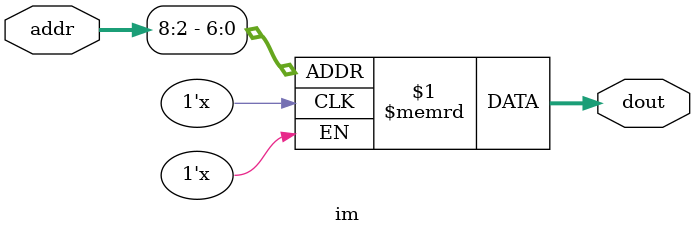
<source format=v>

module im(input [31:0] addr, output [31:0] dout);
  reg  [31:0] RAM[127:0];
  // read
  assign dout = RAM[addr[8:2]]; 
endmodule  

</source>
